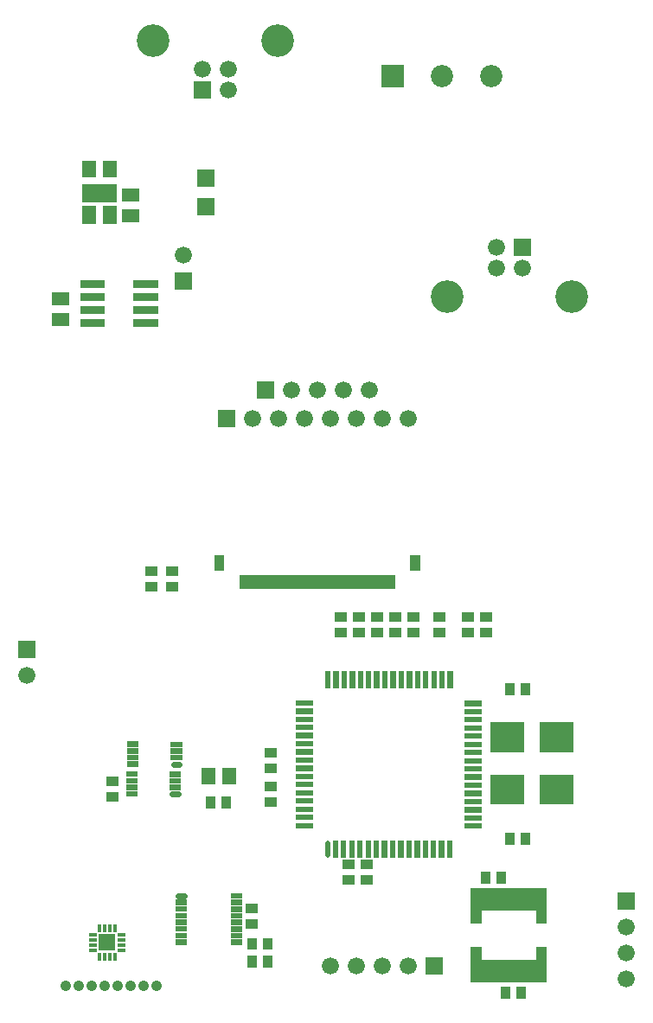
<source format=gbr>
G04 start of page 4 for group -4063 idx -4063
G04 Title: (unknown), componentmask *
G04 Creator: pcb 20080202 *
G04 CreationDate: Sun 22 Jun 2008 10:51:19 AM GMT UTC *
G04 For: sean *
G04 Format: Gerber/RS-274X *
G04 PCB-Dimensions: 280000 410000 *
G04 PCB-Coordinate-Origin: lower left *
%MOIN*%
%FSLAX24Y24*%
%LNFRONTMASK*%
%ADD12C,0.0200*%
%ADD17C,0.0220*%
%ADD23R,0.0300X0.0300*%
%ADD35C,0.0860*%
%ADD36C,0.0660*%
%ADD37C,0.1260*%
%ADD38C,0.0420*%
%ADD39R,0.0510X0.0510*%
%ADD40R,0.0360X0.0360*%
%ADD41R,0.0220X0.0220*%
%ADD42R,0.0279X0.0279*%
%ADD43R,0.0397X0.0397*%
%ADD44R,0.0540X0.0540*%
%ADD45R,0.0140X0.0140*%
%ADD46R,0.1145X0.1145*%
%ADD47R,0.0210X0.0210*%
%ADD48C,0.0210*%
%ADD49R,0.0416X0.0416*%
G54D12*G36*
X15970Y37130D02*Y36270D01*
X16830D01*
Y37130D01*
X15970D01*
G37*
G54D35*X18300Y36700D03*
X20200D03*
G54D36*X10080Y36960D03*
G54D37*X11980Y38060D03*
G54D36*X9080Y36960D03*
G54D37*X7180Y38060D03*
G54D12*G36*
X25070Y5230D02*Y4570D01*
X25730D01*
Y5230D01*
X25070D01*
G37*
G54D36*X25400Y3900D03*
Y2900D03*
Y1900D03*
G54D38*X7310Y1640D03*
X6810D03*
X6310D03*
X5810D03*
X5310D03*
X4810D03*
X4310D03*
X3810D03*
G54D12*G36*
X17670Y2730D02*Y2070D01*
X18330D01*
Y2730D01*
X17670D01*
G37*
G54D36*X17000Y2400D03*
X16000D03*
X15000D03*
X14000D03*
G54D12*G36*
X1970Y14930D02*Y14270D01*
X2630D01*
Y14930D01*
X1970D01*
G37*
G54D36*X2300Y13600D03*
G54D12*G36*
X8020Y29130D02*Y28470D01*
X8680D01*
Y29130D01*
X8020D01*
G37*
G54D36*X8350Y29800D03*
G54D12*G36*
X8750Y36490D02*Y35830D01*
X9410D01*
Y36490D01*
X8750D01*
G37*
G54D36*X10080Y36160D03*
G54D12*G36*
X8870Y33080D02*Y32420D01*
X9530D01*
Y33080D01*
X8870D01*
G37*
G36*
X8876Y31977D02*Y31317D01*
X9536D01*
Y31977D01*
X8876D01*
G37*
G36*
X11170Y24930D02*Y24270D01*
X11830D01*
Y24930D01*
X11170D01*
G37*
G36*
X9670Y23830D02*Y23170D01*
X10330D01*
Y23830D01*
X9670D01*
G37*
G54D36*X11000Y23500D03*
X12000D03*
X12500Y24600D03*
X13000Y23500D03*
X13500Y24600D03*
X14000Y23500D03*
X15000D03*
X16000D03*
X17000D03*
X14500Y24600D03*
X15500D03*
G54D12*G36*
X21070Y30430D02*Y29770D01*
X21730D01*
Y30430D01*
X21070D01*
G37*
G54D36*X20400Y30100D03*
Y29300D03*
X21400D03*
G54D37*X23300Y28200D03*
X18500D03*
G54D39*X10100Y9770D02*Y9630D01*
X9300Y9770D02*Y9630D01*
G54D40*X10000Y8750D02*Y8650D01*
X9400Y8750D02*Y8650D01*
G54D17*X7920Y9010D02*X8140D01*
G54D41*X7920Y9270D02*X8140D01*
X7920Y9520D02*X8140D01*
X7920Y9780D02*X8140D01*
G54D17*X7960Y10160D02*X8180D01*
G54D40*X5550Y8900D02*X5650D01*
X5550Y9500D02*X5650D01*
G54D41*X6250Y9790D02*X6470D01*
X6250Y9530D02*X6470D01*
X6250Y9280D02*X6470D01*
X6250Y9020D02*X6470D01*
X7960Y10420D02*X8180D01*
X7960Y10670D02*X8180D01*
X7960Y10930D02*X8180D01*
X6290Y10940D02*X6510D01*
X6290Y10680D02*X6510D01*
X6290Y10430D02*X6510D01*
X6290Y10170D02*X6510D01*
G54D40*X7850Y17000D02*X7950D01*
X7050D02*X7150D01*
X7850Y17600D02*X7950D01*
X7050D02*X7150D01*
X11650Y8700D02*X11750D01*
X11650Y9300D02*X11750D01*
X11650Y10000D02*X11750D01*
X11650Y10600D02*X11750D01*
G54D42*X12023Y17304D02*Y17068D01*
X11826Y17304D02*Y17068D01*
X11630Y17304D02*Y17068D01*
X11433Y17304D02*Y17068D01*
X11236Y17304D02*Y17068D01*
X11039Y17304D02*Y17068D01*
X10842Y17304D02*Y17068D01*
X10645Y17304D02*Y17068D01*
G54D43*X9720Y18033D02*Y17836D01*
G54D44*X4715Y32257D02*Y32097D01*
X5105Y32257D02*Y32097D01*
X5495Y32257D02*Y32097D01*
X4715Y31437D02*Y31277D01*
X5495Y31437D02*Y31277D01*
G54D39*X6230Y32100D02*X6370D01*
X6230Y31300D02*X6370D01*
X4700Y33170D02*Y33030D01*
X5500Y33170D02*Y33030D01*
G54D23*X4510Y28670D02*X5160D01*
X4510Y28170D02*X5160D01*
X4510Y27670D02*X5160D01*
X4510Y27170D02*X5160D01*
X6560D02*X7210D01*
X6560Y27670D02*X7210D01*
X6560Y28170D02*X7210D01*
X6560Y28670D02*X7210D01*
G54D39*X3530Y27300D02*X3670D01*
X3530Y28100D02*X3670D01*
G54D17*X8150Y5100D02*X8370D01*
G54D41*X8150Y4840D02*X8370D01*
X8150Y4590D02*X8370D01*
X8150Y4330D02*X8370D01*
X8150Y4070D02*X8370D01*
X8150Y3820D02*X8370D01*
X8150Y3560D02*X8370D01*
X8150Y3310D02*X8370D01*
G54D45*X5868Y3004D02*X6033D01*
X5868Y3201D02*X6033D01*
X5868Y3398D02*X6033D01*
X5868Y3595D02*X6033D01*
X5695Y3933D02*Y3768D01*
X5498Y3933D02*Y3768D01*
X5301Y3933D02*Y3768D01*
X5104Y3933D02*Y3768D01*
X4766Y3595D02*X4931D01*
X4766Y3398D02*X4931D01*
X4766Y3201D02*X4931D01*
X5498Y2831D02*Y2666D01*
X5695Y2831D02*Y2666D01*
X4766Y3004D02*X4931D01*
X5104Y2831D02*Y2666D01*
X5301Y2831D02*Y2666D01*
G54D12*G36*
X5084Y3615D02*Y2984D01*
X5715D01*
Y3615D01*
X5084D01*
G37*
G54D41*X10270Y3300D02*X10490D01*
G54D40*X11000Y3290D02*Y3190D01*
X11600Y3290D02*Y3190D01*
G54D41*X10270Y3560D02*X10490D01*
X10270Y3810D02*X10490D01*
X10270Y4070D02*X10490D01*
X10270Y4330D02*X10490D01*
X10270Y4580D02*X10490D01*
X10270Y4840D02*X10490D01*
X10270Y5090D02*X10490D01*
G54D40*X10910Y4620D02*X11010D01*
X10910Y4020D02*X11010D01*
X11000Y2600D02*Y2500D01*
X11600Y2600D02*Y2500D01*
X18150Y15240D02*X18250D01*
X17150D02*X17250D01*
X18150Y15840D02*X18250D01*
X17150D02*X17250D01*
X15750D02*X15850D01*
X16450Y15240D02*X16550D01*
X15050D02*X15150D01*
X15750D02*X15850D01*
X19250D02*X19350D01*
X19950D02*X20050D01*
X19250Y15840D02*X19350D01*
X19950D02*X20050D01*
X14350Y15240D02*X14450D01*
X14350Y15840D02*X14450D01*
X15050D02*X15150D01*
G54D46*X22636Y11204D02*X22793D01*
X20746D02*X20903D01*
X22636Y9196D02*X22793D01*
X20746D02*X20903D01*
G54D47*X19280Y8730D02*X19740D01*
X19280Y9040D02*X19740D01*
X19280Y9360D02*X19740D01*
X19280Y9670D02*X19740D01*
X19280Y9990D02*X19740D01*
X19280Y10300D02*X19740D01*
X19280Y10620D02*X19740D01*
X19280Y10930D02*X19740D01*
X19280Y11250D02*X19740D01*
X19280Y11560D02*X19740D01*
X19280Y11880D02*X19740D01*
X19280Y12190D02*X19740D01*
X19280Y12510D02*X19740D01*
X18620Y13640D02*Y13180D01*
X18310Y13640D02*Y13180D01*
X18000Y13640D02*Y13180D01*
G54D40*X21510Y13100D02*Y13000D01*
X20910Y13100D02*Y13000D01*
X16450Y15840D02*X16550D01*
G54D43*X17279Y18033D02*Y17836D01*
G54D42*X16354Y17304D02*Y17068D01*
X16157Y17304D02*Y17068D01*
X15960Y17304D02*Y17068D01*
X15763Y17304D02*Y17068D01*
X15566Y17304D02*Y17068D01*
X15370Y17304D02*Y17068D01*
X15173Y17304D02*Y17068D01*
X14976Y17304D02*Y17068D01*
X14779Y17304D02*Y17068D01*
X14582Y17304D02*Y17068D01*
X14385Y17304D02*Y17068D01*
X14189Y17304D02*Y17068D01*
X13992Y17304D02*Y17068D01*
X13795Y17304D02*Y17068D01*
X13598Y17304D02*Y17068D01*
X13401Y17304D02*Y17068D01*
X13204Y17304D02*Y17068D01*
X13007Y17304D02*Y17068D01*
X12811Y17304D02*Y17068D01*
X12614Y17304D02*Y17068D01*
X12417Y17304D02*Y17068D01*
X12220Y17304D02*Y17068D01*
G54D40*X14650Y5700D02*X14750D01*
X15350D02*X15450D01*
G54D48*X13890Y7130D02*Y6670D01*
G54D47*X14200Y7130D02*Y6670D01*
X14510Y7130D02*Y6670D01*
G54D40*X14650Y6300D02*X14750D01*
X15350D02*X15450D01*
G54D47*X14830Y7130D02*Y6670D01*
X15140Y7130D02*Y6670D01*
X15460Y7130D02*Y6670D01*
X15770Y7130D02*Y6670D01*
X16090Y7130D02*Y6670D01*
X16400Y7130D02*Y6670D01*
X17680Y13640D02*Y13180D01*
X17370Y13640D02*Y13180D01*
X17050Y13640D02*Y13180D01*
X16740Y13640D02*Y13180D01*
X16420Y13640D02*Y13180D01*
X16110Y13640D02*Y13180D01*
X15790Y13640D02*Y13180D01*
X15480Y13640D02*Y13180D01*
X15160Y13640D02*Y13180D01*
X14850Y13640D02*Y13180D01*
X14530Y13640D02*Y13180D01*
X14220Y13640D02*Y13180D01*
X13900Y13640D02*Y13180D01*
X12770Y12520D02*X13230D01*
X12770Y12210D02*X13230D01*
X12770Y11900D02*X13230D01*
X12770Y11580D02*X13230D01*
X12770Y11270D02*X13230D01*
X12770Y10950D02*X13230D01*
X12770Y10640D02*X13230D01*
X12770Y10320D02*X13230D01*
X12770Y10010D02*X13230D01*
X12770Y9690D02*X13230D01*
X12770Y9380D02*X13230D01*
X12770Y9060D02*X13230D01*
X12770Y8750D02*X13230D01*
X12770Y8430D02*X13230D01*
X12770Y8120D02*X13230D01*
X12770Y7800D02*X13230D01*
X16720Y7130D02*Y6670D01*
X17030Y7130D02*Y6670D01*
X17350Y7130D02*Y6670D01*
X17660Y7130D02*Y6670D01*
X17980Y7130D02*Y6670D01*
X18290Y7130D02*Y6670D01*
X18610Y7130D02*Y6670D01*
X19280Y7790D02*X19740D01*
X19280Y8100D02*X19740D01*
X19280Y8410D02*X19740D01*
G54D40*X21510Y7350D02*Y7250D01*
X20910Y7350D02*Y7250D01*
G54D49*X19620Y2920D02*Y1955D01*
X19935Y2408D02*Y1955D01*
X20250Y2408D02*Y1955D01*
X20564Y2408D02*Y1955D01*
X20880Y2408D02*Y1955D01*
X21194Y2408D02*Y1955D01*
X21509Y2408D02*Y1955D01*
X21824Y2408D02*Y1955D01*
G54D40*X21350Y1410D02*Y1310D01*
X20750Y1410D02*Y1310D01*
G54D49*X22139Y2920D02*Y1955D01*
Y5183D02*Y4219D01*
X21824Y5183D02*Y4731D01*
X21509Y5183D02*Y4731D01*
X21194Y5183D02*Y4731D01*
X20880Y5183D02*Y4731D01*
X20564Y5183D02*Y4730D01*
X20250Y5183D02*Y4731D01*
X19935Y5183D02*Y4731D01*
X19620Y5183D02*Y4219D01*
G54D40*X20600Y5850D02*Y5750D01*
X20000Y5850D02*Y5750D01*
M02*

</source>
